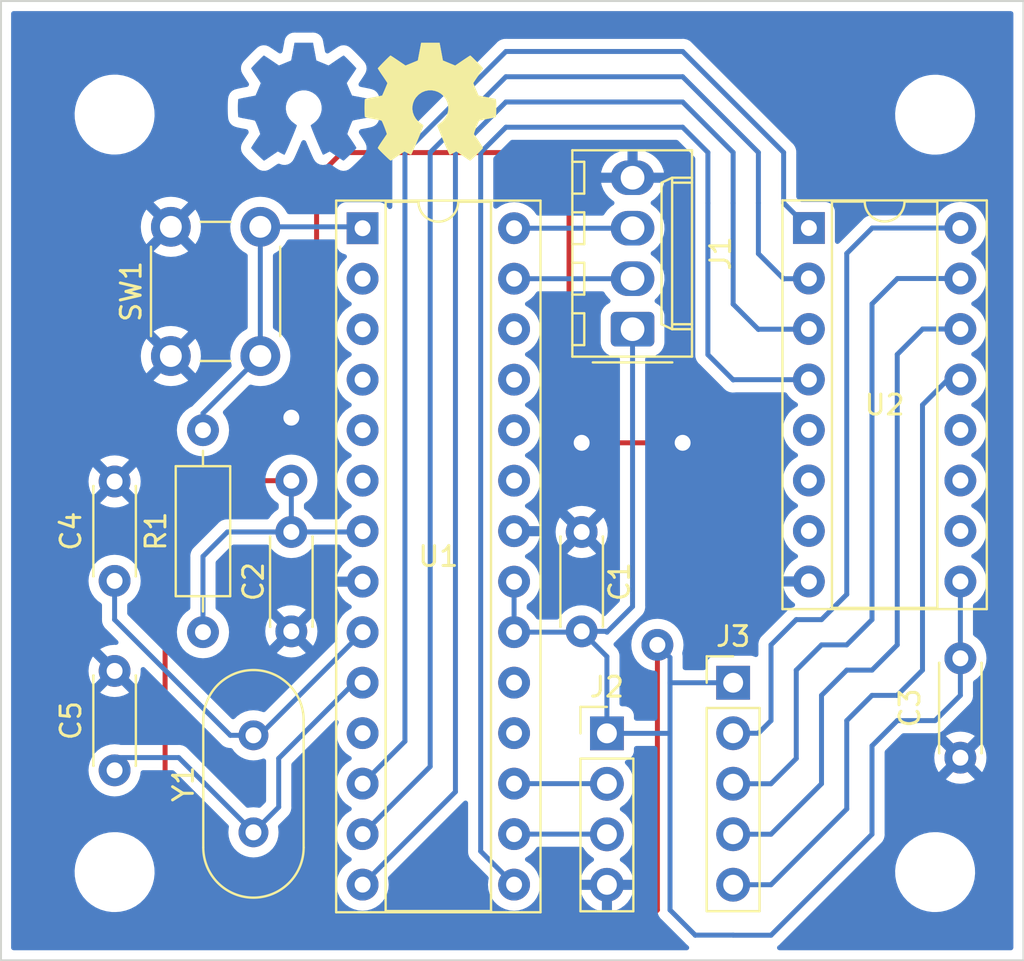
<source format=kicad_pcb>
(kicad_pcb (version 20211014) (generator pcbnew)
  (title_block (title "Lidar board") (date "2022-01-08") (rev "0.2.0") (comment 1 "Location: https://github.com/atlas144/mals") (comment 2 "SPDX-License-Identifier: CERN-OHL-S-2.0") (comment 3 "Author: Jakub Švarc (jakubsvarc@protonmail.com)"))
  (layers (0 "F.Cu" signal) (31 "B.Cu" signal) (34 "B.Paste" user) (35 "F.Paste" user) (36 "B.SilkS" user "B.Silkscreen") (37 "F.SilkS" user "F.Silkscreen") (38 "B.Mask" user) (39 "F.Mask" user) (44 "Edge.Cuts" user))
  (net 0 "")
  (net 1 "+5V")
  (net 2 "GND")
  (net 3 "Net-(C4-Pad1)")
  (net 4 "Net-(J1-Pad2)")
  (net 5 "Net-(J1-Pad3)")
  (net 6 "Net-(J2-Pad2)")
  (net 7 "Net-(J2-Pad3)")
  (net 8 "Net-(J3-Pad2)")
  (net 9 "Net-(J3-Pad3)")
  (net 10 "Net-(J3-Pad4)")
  (net 11 "Net-(J3-Pad5)")
  (net 12 "Net-(R1-Pad2)")
  (net 13 "Net-(U1-Pad15)")
  (net 25 "Net-(U1-Pad12)")
  (net 27 "Net-(U1-Pad13)")
  (net 28 "Net-(U1-Pad14)")
  (net 35 "Net-(C5-Pad1)")
  (footprint "MountingHole:MountingHole_3mm" (layer "F.Cu") (at 96.52 67.945)
    (fp_text reference "REF2" hide)
    (fp_text value "MountingHole_3mm" hide)
    (pad "" np_thru_hole circle locked (at 0 0) (size 3 3) (drill 3) (layers *.Cu *.Mask))
  )
  (footprint "Symbol:OSHW-Symbol_6.7x6mm_SilkScreen" (layer "F.Cu") (at 71.12 67.305)
    (fp_text reference "OSHW - silk" hide)
    (fp_text value "OSHW-Symbol_6.7x6mm_SilkScreen" hide)
    (fp_poly (pts (xy 0.555814 -2.531069) (xy 0.639635 -2.086445) (xy 0.94892 -1.958947) (xy 1.258206 -1.831449) (xy 1.629246 -2.083754) (xy 1.733157 -2.154004) (xy 1.827087 -2.216728) (xy 1.906652 -2.269062) (xy 1.96747 -2.308143) (xy 2.005157 -2.331107) (xy 2.015421 -2.336058) (xy 2.03391 -2.323324) (xy 2.07342 -2.288118) (xy 2.129522 -2.234938) (xy 2.197787 -2.168282) (xy 2.273786 -2.092646) (xy 2.353092 -2.012528) (xy 2.431275 -1.932426) (xy 2.503907 -1.856836) (xy 2.566559 -1.790255) (xy 2.614803 -1.737182) (xy 2.64421 -1.702113) (xy 2.651241 -1.690377) (xy 2.641123 -1.66874) (xy 2.612759 -1.621338) (xy 2.569129 -1.552807) (xy 2.513218 -1.467785) (xy 2.448006 -1.370907) (xy 2.410219 -1.31565) (xy 2.341343 -1.214752) (xy 2.28014 -1.123701) (xy 2.229578 -1.04703) (xy 2.192628 -0.989272) (xy 2.172258 -0.954957) (xy 2.169197 -0.947746) (xy 2.176136 -0.927252) (xy 2.195051 -0.879487) (xy 2.223087 -0.811168) (xy 2.257391 -0.729011) (xy 2.295109 -0.63973) (xy 2.333387 -0.550042) (xy 2.36937 -0.466662) (xy 2.400206 -0.396306) (xy 2.423039 -0.34569) (xy 2.435017 -0.321529) (xy 2.435724 -0.320578) (xy 2.454531 -0.315964) (xy 2.504618 -0.305672) (xy 2.580793 -0.290713) (xy 2.677865 -0.272099) (xy 2.790643 -0.250841) (xy 2.856442 -0.238582) (xy 2.97695 -0.215638) (xy 3.085797 -0.193805) (xy 3.177476 -0.174278) (xy 3.246481 -0.158252) (xy 3.287304 -0.146921) (xy 3.295511 -0.143326) (xy 3.303548 -0.118994) (xy 3.310033 -0.064041) (xy 3.31497 0.015108) (xy 3.318364 0.112026) (xy 3.320218 0.220287) (xy 3.320538 0.333465) (xy 3.319327 0.445135) (xy 3.31659 0.548868) (xy 3.312331 0.638241) (xy 3.306555 0.706826) (xy 3.299267 0.748197) (xy 3.294895 0.75681) (xy 3.268764 0.767133) (xy 3.213393 0.781892) (xy 3.136107 0.799352) (xy 3.04423 0.81778) (xy 3.012158 0.823741) (xy 2.857524 0.852066) (xy 2.735375 0.874876) (xy 2.641673 0.89308) (xy 2.572384 0.907583) (xy 2.523471 0.919292) (xy 2.490897 0.929115) (xy 2.470628 0.937956) (xy 2.458626 0.946724) (xy 2.456947 0.948457) (xy 2.440184 0.976371) (xy 2.414614 1.030695) (xy 2.382788 1.104777) (xy 2.34726 1.191965) (xy 2.310583 1.285608) (xy 2.275311 1.379052) (xy 2.243996 1.465647) (xy 2.219193 1.53874) (xy 2.203454 1.591678) (xy 2.199332 1.617811) (xy 2.199676 1.618726) (xy 2.213641 1.640086) (xy 2.245322 1.687084) (xy 2.291391 1.754827) (xy 2.348518 1.838423) (xy 2.413373 1.932982) (xy 2.431843 1.959854) (xy 2.497699 2.057275) (xy 2.55565 2.146163) (xy 2.602538 2.221412) (xy 2.635207 2.27792) (xy 2.6505 2.310581) (xy 2.651241 2.314593) (xy 2.638392 2.335684) (xy 2.602888 2.377464) (xy 2.549293 2.435445) (xy 2.482171 2.505135) (xy 2.406087 2.582045) (xy 2.325604 2.661683) (xy 2.245287 2.739561) (xy 2.169699 2.811186) (xy 2.103405 2.87207) (xy 2.050969 2.917721) (xy 2.016955 2.94365) (xy 2.007545 2.947883) (xy 1.985643 2.937912) (xy 1.9408 2.91102) (xy 1.880321 2.871736) (xy 1.833789 2.840117) (xy 1.749475 2.782098) (xy 1.649626 2.713784) (xy 1.549473 2.645579) (xy 1.495627 2.609075) (xy 1.313371 2.4858) (xy 1.160381 2.56852) (xy 1.090682 2.604759) (xy 1.031414 2.632926) (xy 0.991311 2.648991) (xy 0.981103 2.651226) (xy 0.968829 2.634722) (xy 0.944613 2.588082) (xy 0.910263 2.515609) (xy 0.867588 2.421606) (xy 0.818394 2.310374) (xy 0.76449 2.186215) (xy 0.707684 2.053432) (xy 0.649782 1.916327) (xy 0.592593 1.779202) (xy 0.537924 1.646358) (xy 0.487584 1.522098) (xy 0.44338 1.410725) (xy 0.407119 1.316539) (xy 0.380609 1.243844) (xy 0.365658 1.196941) (xy 0.363254 1.180833) (xy 0.382311 1.160286) (xy 0.424036 1.126933) (xy 0.479706 1.087702) (xy 0.484378 1.084599) (xy 0.628264 0.969423) (xy 0.744283 0.835053) (xy 0.83143 0.685784) (xy 0.888699 0.525913) (xy 0.915086 0.359737) (xy 0.909585 0.191552) (xy 0.87119 0.025655) (xy 0.798895 -0.133658) (xy 0.777626 -0.168513) (xy 0.666996 -0.309263) (xy 0.536302 -0.422286) (xy 0.390064 -0.506997) (xy 0.232808 -0.562806) (xy 0.069057 -0.589126) (xy -0.096667 -0.58537) (xy -0.259838 -0.55095) (xy -0.415935 -0.485277) (xy -0.560433 -0.387765) (xy -0.605131 -0.348187) (xy -0.718888 -0.224297) (xy -0.801782 -0.093876) (xy -0.858644 0.052315) (xy -0.890313 0.197088) (xy -0.898131 0.35986) (xy -0.872062 0.52344) (xy -0.814755 0.682298) (xy -0.728856 0.830906) (xy -0.617014 0.963735) (xy -0.481877 1.075256) (xy -0.464117 1.087011) (xy -0.40785 1.125508) (xy -0.365077 1.158863) (xy -0.344628 1.18016) (xy -0.344331 1.180833) (xy -0.348721 1.203871) (xy -0.366124 1.256157) (xy -0.394732 1.33339) (xy -0.432735 1.431268) (xy -0.478326 1.545491) (xy -0.529697 1.671758) (xy -0.585038 1.805767) (xy -0.642542 1.943218) (xy -0.700399 2.079808) (xy -0.756802 2.211237) (xy -0.809942 2.333205) (xy -0.85801 2.441409) (xy -0.899199 2.531549) (xy -0.931699 2.599323) (xy -0.953703 2.64043) (xy -0.962564 2.651226) (xy -0.98964 2.642819) (xy -1.040303 2.620272) (xy -1.105817 2.587613) (xy -1.141841 2.56852) (xy -1.294832 2.4858) (xy -1.477088 2.609075) (xy -1.570125 2.672228) (xy -1.671985 2.741727) (xy -1.767438 2.807165) (xy -1.81525 2.840117) (xy -1.882495 2.885273) (xy -1.939436 2.921057) (xy -1.978646 2.942938) (xy -1.991381 2.947563) (xy -2.009917 2.935085) (xy -2.050941 2.900252) (xy -2.110475 2.846678) (xy -2.184542 2.777983) (xy -2.269165 2.697781) (xy -2.322685 2.646286) (xy -2.416319 2.554286) (xy -2.497241 2.471999) (xy -2.562177 2.402945) (xy -2.607858 2.350644) (xy -2.631011 2.318616) (xy -2.633232 2.312116) (xy -2.622924 2.287394) (xy -2.594439 2.237405) (xy -2.550937 2.167212) (xy -2.495577 2.081875) (xy -2.43152 1.986456) (xy -2.413303 1.959854) (xy -2.346927 1.863167) (xy -2.287378 1.776117) (xy -2.237984 1.703595) (xy -2.202075 1.650493) (xy -2.182981 1.621703) (xy -2.181136 1.618726) (xy -2.183895 1.595782) (xy -2.198538 1.545336) (xy -2.222513 1.474041) (xy -2.253266 1.388547) (xy -2.288244 1.295507) (xy -2.324893 1.201574) (xy -2.360661 1.113399) (xy -2.392994 1.037634) (xy -2.419338 0.980931) (xy -2.437142 0.949943) (xy -2.438407 0.948457) (xy -2.449294 0.939601) (xy -2.467682 0.930843) (xy -2.497606 0.921277) (xy -2.543103 0.909996) (xy -2.608209 0.896093) (xy -2.696961 0.878663) (xy -2.813393 0.856798) (xy -2.961542 0.829591) (xy -2.993618 0.823741) (xy -3.088686 0.805374) (xy -3.171565 0.787405) (xy -3.23493 0.771569) (xy -3.271458 0.7596) (xy -3.276356 0.75681) (xy -3.284427 0.732072) (xy -3.290987 0.67679) (xy -3.296033 0.597389) (xy -3.299559 0.500296) (xy -3.301561 0.391938) (xy -3.302036 0.27874) (xy -3.300977 0.167128) (xy -3.298382 0.063529) (xy -3.294246 -0.025632) (xy -3.288563 -0.093928) (xy -3.281331 -0.134934) (xy -3.276971 -0.143326) (xy -3.252698 -0.151792) (xy -3.197426 -0.165565) (xy -3.116662 -0.18345) (xy -3.015912 -0.204252) (xy -2.900683 -0.226777) (xy -2.837902 -0.238582) (xy -2.718787 -0.260849) (xy -2.612565 -0.281021) (xy -2.524427 -0.298085) (xy -2.459566 -0.311031) (xy -2.423174 -0.318845) (xy -2.417184 -0.320578) (xy -2.407061 -0.34011) (xy -2.385662 -0.387157) (xy -2.355839 -0.454997) (xy -2.320445 -0.536909) (xy -2.282332 -0.626172) (xy -2.244353 -0.716065) (xy -2.20936 -0.799865) (xy -2.180206 -0.870853) (xy -2.159743 -0.922306) (xy -2.150823 -0.947503) (xy -2.150657 -0.948604) (xy -2.160769 -0.968481) (xy -2.189117 -1.014223) (xy -2.232723 -1.081283) (xy -2.288606 -1.165116) (xy -2.353787 -1.261174) (xy -2.391679 -1.31635) (xy -2.460725 -1.417519) (xy -2.52205 -1.50937) (xy -2.572663 -1.587256) (xy -2.609571 -1.646531) (xy -2.629782 -1.682549) (xy -2.632701 -1.690623) (xy -2.620153 -1.709416) (xy -2.585463 -1.749543) (xy -2.533063 -1.806507) (xy -2.467384 -1.875815) (xy -2.392856 -1.952969) (xy -2.313913 -2.033475) (xy -2.234983 -2.112837) (xy -2.1605 -2.18656) (xy -2.094894 -2.250148) (xy -2.042596 -2.299106) (xy -2.008039 -2.328939) (xy -1.996478 -2.336058) (xy -1.977654 -2.326047) (xy -1.932631 -2.297922) (xy -1.865787 -2.254546) (xy -1.781499 -2.198782) (xy -1.684144 -2.133494) (xy -1.610707 -2.083754) (xy -1.239667 -1.831449) (xy -0.621095 -2.086445) (xy -0.537275 -2.531069) (xy -0.453454 -2.975693) (xy 0.471994 -2.975693) (xy 0.555814 -2.531069)) (layer "F.SilkS") (width 0.01) (fill solid))
  )
  (footprint "Capacitor_THT:C_Disc_D4.3mm_W1.9mm_P5.00mm" (layer "F.Cu") (at 55.245 91.395 90)
    (fp_text reference "C4" (at 2.5 -2.2 90) (layer "F.SilkS"))
    (fp_text value "22 pF")
    (fp_line (start 0.23 -1.07) (end 0.23 -1.055) (layer "F.SilkS") (width 0.12))
    (fp_line (start 0.23 1.055) (end 0.23 1.07) (layer "F.SilkS") (width 0.12))
    (fp_line (start 0.23 -1.07) (end 4.77 -1.07) (layer "F.SilkS") (width 0.12))
    (fp_line (start 4.77 -1.07) (end 4.77 -1.055) (layer "F.SilkS") (width 0.12))
    (fp_line (start 0.23 1.07) (end 4.77 1.07) (layer "F.SilkS") (width 0.12))
    (fp_line (start 4.77 1.055) (end 4.77 1.07) (layer "F.SilkS") (width 0.12))
    (pad "1" thru_hole circle locked (at 0 0 90) (size 1.6 1.6) (drill 0.8) (layers *.Cu *.Mask) (net 3 "Net-(C4-Pad1)"))
    (pad "2" thru_hole circle locked (at 5 0 90) (size 1.6 1.6) (drill 0.8) (layers *.Cu *.Mask) (net 2 "GND"))
  )
  (footprint "Connector_PinHeader_2.54mm:PinHeader_1x05_P2.54mm_Vertical" (layer "F.Cu") (at 86.36 96.52)
    (fp_text reference "J3" (at 0 -2.33) (layer "F.SilkS"))
    (fp_text value "28BYJ-48")
    (fp_line (start -1.33 1.27) (end -1.33 11.49) (layer "F.SilkS") (width 0.12))
    (fp_line (start -1.33 0) (end -1.33 -1.33) (layer "F.SilkS") (width 0.12))
    (fp_line (start -1.33 1.27) (end 1.33 1.27) (layer "F.SilkS") (width 0.12))
    (fp_line (start -1.33 11.49) (end 1.33 11.49) (layer "F.SilkS") (width 0.12))
    (fp_line (start 1.33 1.27) (end 1.33 11.49) (layer "F.SilkS") (width 0.12))
    (fp_line (start -1.33 -1.33) (end 0 -1.33) (layer "F.SilkS") (width 0.12))
    (pad "1" thru_hole rect locked (at 0 0) (size 1.7 1.7) (drill 1) (layers *.Cu *.Mask) (net 1 "+5V"))
    (pad "2" thru_hole oval locked (at 0 2.54) (size 1.7 1.7) (drill 1) (layers *.Cu *.Mask) (net 8 "Net-(J3-Pad2)"))
    (pad "3" thru_hole oval locked (at 0 5.08) (size 1.7 1.7) (drill 1) (layers *.Cu *.Mask) (net 9 "Net-(J3-Pad3)"))
    (pad "4" thru_hole oval locked (at 0 7.62) (size 1.7 1.7) (drill 1) (layers *.Cu *.Mask) (net 10 "Net-(J3-Pad4)"))
    (pad "5" thru_hole oval locked (at 0 10.16) (size 1.7 1.7) (drill 1) (layers *.Cu *.Mask) (net 11 "Net-(J3-Pad5)"))
  )
  (footprint "MountingHole:MountingHole_3mm" (layer "F.Cu") (at 55.245 67.94)
    (fp_text reference "REF1" hide)
    (fp_text value "MountingHole_3mm" hide)
    (pad "" np_thru_hole circle locked (at 0 0) (size 3 3) (drill 3) (layers *.Cu *.Mask))
  )
  (footprint "Capacitor_THT:C_Disc_D4.3mm_W1.9mm_P5.00mm" (layer "F.Cu") (at 78.74 93.935 90)
    (fp_text reference "C1" (at 2.5 1.905 90) (layer "F.SilkS"))
    (fp_text value "100 nF")
    (fp_line (start 4.77 -1.07) (end 4.77 -1.055) (layer "F.SilkS") (width 0.12))
    (fp_line (start 0.23 1.07) (end 4.77 1.07) (layer "F.SilkS") (width 0.12))
    (fp_line (start 4.77 1.055) (end 4.77 1.07) (layer "F.SilkS") (width 0.12))
    (fp_line (start 0.23 -1.07) (end 4.77 -1.07) (layer "F.SilkS") (width 0.12))
    (fp_line (start 0.23 -1.07) (end 0.23 -1.055) (layer "F.SilkS") (width 0.12))
    (fp_line (start 0.23 1.055) (end 0.23 1.07) (layer "F.SilkS") (width 0.12))
    (pad "1" thru_hole circle locked (at 0 0 90) (size 1.6 1.6) (drill 0.8) (layers *.Cu *.Mask) (net 1 "+5V"))
    (pad "2" thru_hole circle locked (at 5 0 90) (size 1.6 1.6) (drill 0.8) (layers *.Cu *.Mask) (net 2 "GND"))
  )
  (footprint "Button_Switch_THT:SW_PUSH_6mm_H5mm" (layer "F.Cu") (at 58.075 80.085 90)
    (fp_text reference "SW1" (at 3.25 -2 90) (layer "F.SilkS"))
    (fp_text value "SW_Push")
    (fp_line (start -0.25 1.5) (end -0.25 3) (layer "F.SilkS") (width 0.12))
    (fp_line (start 1 5.5) (end 5.5 5.5) (layer "F.SilkS") (width 0.12))
    (fp_line (start 6.75 3) (end 6.75 1.5) (layer "F.SilkS") (width 0.12))
    (fp_line (start 5.5 -1) (end 1 -1) (layer "F.SilkS") (width 0.12))
    (pad "1" thru_hole circle locked (at 6.5 0 180) (size 2 2) (drill 1.1) (layers *.Cu *.Mask) (net 2 "GND"))
    (pad "1" thru_hole circle locked (at 0 0 180) (size 2 2) (drill 1.1) (layers *.Cu *.Mask) (net 2 "GND"))
    (pad "2" thru_hole circle locked (at 6.5 4.5 180) (size 2 2) (drill 1.1) (layers *.Cu *.Mask) (net 12 "Net-(R1-Pad2)"))
    (pad "2" thru_hole circle locked (at 0 4.5 180) (size 2 2) (drill 1.1) (layers *.Cu *.Mask) (net 12 "Net-(R1-Pad2)"))
  )
  (footprint "Resistor_THT:R_Axial_DIN0207_L6.3mm_D2.5mm_P10.16mm_Horizontal" (layer "F.Cu") (at 59.69 93.975 90)
    (fp_text reference "R1" (at 5.08 -2.37 90) (layer "F.SilkS"))
    (fp_text value "10 kΩ")
    (fp_line (start 1.81 1.37) (end 8.35 1.37) (layer "F.SilkS") (width 0.12))
    (fp_line (start 1.81 -1.37) (end 1.81 1.37) (layer "F.SilkS") (width 0.12))
    (fp_line (start 1.04 0) (end 1.81 0) (layer "F.SilkS") (width 0.12))
    (fp_line (start 8.35 -1.37) (end 1.81 -1.37) (layer "F.SilkS") (width 0.12))
    (fp_line (start 8.35 1.37) (end 8.35 -1.37) (layer "F.SilkS") (width 0.12))
    (fp_line (start 9.12 0) (end 8.35 0) (layer "F.SilkS") (width 0.12))
    (pad "1" thru_hole circle locked (at 0 0 90) (size 1.6 1.6) (drill 0.8) (layers *.Cu *.Mask) (net 1 "+5V"))
    (pad "2" thru_hole oval locked (at 10.16 0 90) (size 1.6 1.6) (drill 0.8) (layers *.Cu *.Mask) (net 12 "Net-(R1-Pad2)"))
  )
  (footprint "Capacitor_THT:C_Disc_D4.3mm_W1.9mm_P5.00mm" (layer "F.Cu") (at 55.245 100.925 90)
    (fp_text reference "C5" (at 2.5 -2.2 90) (layer "F.SilkS"))
    (fp_text value "22 pF")
    (fp_line (start 4.77 1.055) (end 4.77 1.07) (layer "F.SilkS") (width 0.12))
    (fp_line (start 0.23 -1.07) (end 4.77 -1.07) (layer "F.SilkS") (width 0.12))
    (fp_line (start 0.23 1.07) (end 4.77 1.07) (layer "F.SilkS") (width 0.12))
    (fp_line (start 4.77 -1.07) (end 4.77 -1.055) (layer "F.SilkS") (width 0.12))
    (fp_line (start 0.23 1.055) (end 0.23 1.07) (layer "F.SilkS") (width 0.12))
    (fp_line (start 0.23 -1.07) (end 0.23 -1.055) (layer "F.SilkS") (width 0.12))
    (pad "1" thru_hole circle locked (at 0 0 90) (size 1.6 1.6) (drill 0.8) (layers *.Cu *.Mask) (net 35 "Net-(C5-Pad1)"))
    (pad "2" thru_hole circle locked (at 5 0 90) (size 1.6 1.6) (drill 0.8) (layers *.Cu *.Mask) (net 2 "GND"))
  )
  (footprint "Capacitor_THT:C_Disc_D4.3mm_W1.9mm_P5.00mm" (layer "F.Cu") (at 64.135 88.935 -90)
    (fp_text reference "C2" (at 2.5 1.905 90) (layer "F.SilkS"))
    (fp_text value "100 nF")
    (fp_line (start 4.77 1.055) (end 4.77 1.07) (layer "F.SilkS") (width 0.12))
    (fp_line (start 0.23 -1.07) (end 4.77 -1.07) (layer "F.SilkS") (width 0.12))
    (fp_line (start 0.23 1.055) (end 0.23 1.07) (layer "F.SilkS") (width 0.12))
    (fp_line (start 0.23 1.07) (end 4.77 1.07) (layer "F.SilkS") (width 0.12))
    (fp_line (start 4.77 -1.07) (end 4.77 -1.055) (layer "F.SilkS") (width 0.12))
    (fp_line (start 0.23 -1.07) (end 0.23 -1.055) (layer "F.SilkS") (width 0.12))
    (pad "1" thru_hole circle locked (at 0 0 270) (size 1.6 1.6) (drill 0.8) (layers *.Cu *.Mask) (net 1 "+5V"))
    (pad "2" thru_hole circle locked (at 5 0 270) (size 1.6 1.6) (drill 0.8) (layers *.Cu *.Mask) (net 2 "GND"))
  )
  (footprint "MountingHole:MountingHole_3mm" (layer "F.Cu") (at 55.245 106.045)
    (fp_text reference "REF4" hide)
    (fp_text value "MountingHole_3mm" hide)
    (pad "" np_thru_hole circle locked (at 0 0) (size 3 3) (drill 3) (layers *.Cu *.Mask))
  )
  (footprint "Package_DIP:DIP-16_W7.62mm_Socket" (layer "F.Cu") (at 90.17 73.645)
    (fp_text reference "U2" (at 3.81 8.9) (layer "F.SilkS"))
    (fp_text value "ULN2003A")
    (fp_line (start 8.95 19.17) (end 8.95 -1.39) (layer "F.SilkS") (width 0.12))
    (fp_line (start 2.81 -1.33) (end 1.16 -1.33) (layer "F.SilkS") (width 0.12))
    (fp_line (start 6.46 19.11) (end 6.46 -1.33) (layer "F.SilkS") (width 0.12))
    (fp_line (start -1.33 19.17) (end 8.95 19.17) (layer "F.SilkS") (width 0.12))
    (fp_line (start 6.46 -1.33) (end 4.81 -1.33) (layer "F.SilkS") (width 0.12))
    (fp_line (start 1.16 -1.33) (end 1.16 19.11) (layer "F.SilkS") (width 0.12))
    (fp_line (start 1.16 19.11) (end 6.46 19.11) (layer "F.SilkS") (width 0.12))
    (fp_line (start 8.95 -1.39) (end -1.33 -1.39) (layer "F.SilkS") (width 0.12))
    (fp_line (start -1.33 -1.39) (end -1.33 19.17) (layer "F.SilkS") (width 0.12))
    (fp_arc (start 4.81 -1.33) (mid 3.81 -0.33) (end 2.81 -1.33) (layer "F.SilkS") (width 0.12))
    (pad "1" thru_hole rect locked (at 0 0) (size 1.6 1.6) (drill 0.8) (layers *.Cu *.Mask) (net 25 "Net-(U1-Pad12)"))
    (pad "2" thru_hole oval locked (at 0 2.54) (size 1.6 1.6) (drill 0.8) (layers *.Cu *.Mask) (net 27 "Net-(U1-Pad13)"))
    (pad "3" thru_hole oval locked (at 0 5.08) (size 1.6 1.6) (drill 0.8) (layers *.Cu *.Mask) (net 28 "Net-(U1-Pad14)"))
    (pad "4" thru_hole oval locked (at 0 7.62) (size 1.6 1.6) (drill 0.8) (layers *.Cu *.Mask) (net 13 "Net-(U1-Pad15)"))
    (pad "5" thru_hole oval locked (at 0 10.16) (size 1.6 1.6) (drill 0.8) (layers *.Cu *.Mask))
    (pad "6" thru_hole oval locked (at 0 12.7) (size 1.6 1.6) (drill 0.8) (layers *.Cu *.Mask))
    (pad "7" thru_hole oval locked (at 0 15.24) (size 1.6 1.6) (drill 0.8) (layers *.Cu *.Mask))
    (pad "8" thru_hole oval locked (at 0 17.78) (size 1.6 1.6) (drill 0.8) (layers *.Cu *.Mask) (net 2 "GND"))
    (pad "9" thru_hole oval locked (at 7.62 17.78) (size 1.6 1.6) (drill 0.8) (layers *.Cu *.Mask) (net 1 "+5V"))
    (pad "10" thru_hole oval locked (at 7.62 15.24) (size 1.6 1.6) (drill 0.8) (layers *.Cu *.Mask))
    (pad "11" thru_hole oval locked (at 7.62 12.7) (size 1.6 1.6) (drill 0.8) (layers *.Cu *.Mask))
    (pad "12" thru_hole oval locked (at 7.62 10.16) (size 1.6 1.6) (drill 0.8) (layers *.Cu *.Mask))
    (pad "13" thru_hole oval locked (at 7.62 7.62) (size 1.6 1.6) (drill 0.8) (layers *.Cu *.Mask) (net 11 "Net-(J3-Pad5)"))
    (pad "14" thru_hole oval locked (at 7.62 5.08) (size 1.6 1.6) (drill 0.8) (layers *.Cu *.Mask) (net 10 "Net-(J3-Pad4)"))
    (pad "15" thru_hole oval locked (at 7.62 2.54) (size 1.6 1.6) (drill 0.8) (layers *.Cu *.Mask) (net 9 "Net-(J3-Pad3)"))
    (pad "16" thru_hole oval locked (at 7.62 0) (size 1.6 1.6) (drill 0.8) (layers *.Cu *.Mask) (net 8 "Net-(J3-Pad2)"))
  )
  (footprint "Connector_PinHeader_2.54mm:PinHeader_1x04_P2.54mm_Vertical" (layer "F.Cu") (at 80.01 99.065)
    (fp_text reference "J2" (at 0 -2.33) (layer "F.SilkS"))
    (fp_text value "TFMini-Plus")
    (fp_line (start -1.33 1.27) (end 1.33 1.27) (layer "F.SilkS") (width 0.12))
    (fp_line (start -1.33 1.27) (end -1.33 8.95) (layer "F.SilkS") (width 0.12))
    (fp_line (start 1.33 1.27) (end 1.33 8.95) (layer "F.SilkS") (width 0.12))
    (fp_line (start -1.33 -1.33) (end 0 -1.33) (layer "F.SilkS") (width 0.12))
    (fp_line (start -1.33 0) (end -1.33 -1.33) (layer "F.SilkS") (width 0.12))
    (fp_line (start -1.33 8.95) (end 1.33 8.95) (layer "F.SilkS") (width 0.12))
    (pad "1" thru_hole rect locked (at 0 0) (size 1.7 1.7) (drill 1) (layers *.Cu *.Mask) (net 1 "+5V"))
    (pad "2" thru_hole oval locked (at 0 2.54) (size 1.7 1.7) (drill 1) (layers *.Cu *.Mask) (net 6 "Net-(J2-Pad2)"))
    (pad "3" thru_hole oval locked (at 0 5.08) (size 1.7 1.7) (drill 1) (layers *.Cu *.Mask) (net 7 "Net-(J2-Pad3)"))
    (pad "4" thru_hole oval locked (at 0 7.62) (size 1.7 1.7) (drill 1) (layers *.Cu *.Mask) (net 2 "GND"))
  )
  (footprint "MountingHole:MountingHole_3mm" (layer "F.Cu") (at 96.52 106.045)
    (fp_text reference "REF3" hide)
    (fp_text value "MountingHole_3mm" hide)
    (pad "" np_thru_hole circle locked (at 0 0) (size 3 3) (drill 3) (layers *.Cu *.Mask))
  )
  (footprint "Capacitor_THT:C_Disc_D4.3mm_W1.9mm_P5.00mm" (layer "F.Cu") (at 97.79 95.29 -90)
    (fp_text reference "C3" (at 2.5 2.54 90) (layer "F.SilkS"))
    (fp_text value "100 nF")
    (fp_line (start 0.23 -1.07) (end 4.77 -1.07) (layer "F.SilkS") (width 0.12))
    (fp_line (start 0.23 -1.07) (end 0.23 -1.055) (layer "F.SilkS") (width 0.12))
    (fp_line (start 4.77 1.055) (end 4.77 1.07) (layer "F.SilkS") (width 0.12))
    (fp_line (start 4.77 -1.07) (end 4.77 -1.055) (layer "F.SilkS") (width 0.12))
    (fp_line (start 0.23 1.055) (end 0.23 1.07) (layer "F.SilkS") (width 0.12))
    (fp_line (start 0.23 1.07) (end 4.77 1.07) (layer "F.SilkS") (width 0.12))
    (pad "1" thru_hole circle locked (at 0 0 270) (size 1.6 1.6) (drill 0.8) (layers *.Cu *.Mask) (net 1 "+5V"))
    (pad "2" thru_hole circle locked (at 5 0 270) (size 1.6 1.6) (drill 0.8) (layers *.Cu *.Mask) (net 2 "GND"))
  )
  (footprint "Package_DIP:DIP-28_W7.62mm_Socket" (layer "F.Cu") (at 67.72 73.655)
    (fp_text reference "U1" (at 3.81 16.51) (layer "F.SilkS"))
    (fp_text value "ATmega8L-8PU")
    (fp_line (start 6.46 -1.33) (end 4.81 -1.33) (layer "F.SilkS") (width 0.12))
    (fp_line (start -1.33 -1.39) (end -1.33 34.41) (layer "F.SilkS") (width 0.12))
    (fp_line (start 1.16 -1.33) (end 1.16 34.35) (layer "F.SilkS") (width 0.12))
    (fp_line (start 1.16 34.35) (end 6.46 34.35) (layer "F.SilkS") (width 0.12))
    (fp_line (start 6.46 34.35) (end 6.46 -1.33) (layer "F.SilkS") (width 0.12))
    (fp_line (start 8.95 34.41) (end 8.95 -1.39) (layer "F.SilkS") (width 0.12))
    (fp_line (start 2.81 -1.33) (end 1.16 -1.33) (layer "F.SilkS") (width 0.12))
    (fp_line (start -1.33 34.41) (end 8.95 34.41) (layer "F.SilkS") (width 0.12))
    (fp_line (start 8.95 -1.39) (end -1.33 -1.39) (layer "F.SilkS") (width 0.12))
    (fp_arc (start 4.81 -1.33) (mid 3.81 -0.33) (end 2.81 -1.33) (layer "F.SilkS") (width 0.12))
    (pad "1" thru_hole rect locked (at 0 0) (size 1.6 1.6) (drill 0.8) (layers *.Cu *.Mask) (net 12 "Net-(R1-Pad2)"))
    (pad "2" thru_hole oval locked (at 0 2.54) (size 1.6 1.6) (drill 0.8) (layers *.Cu *.Mask))
    (pad "3" thru_hole oval locked (at 0 5.08) (size 1.6 1.6) (drill 0.8) (layers *.Cu *.Mask))
    (pad "4" thru_hole oval locked (at 0 7.62) (size 1.6 1.6) (drill 0.8) (layers *.Cu *.Mask))
    (pad "5" thru_hole oval locked (at 0 10.16) (size 1.6 1.6) (drill 0.8) (layers *.Cu *.Mask))
    (pad "6" thru_hole oval locked (at 0 12.7) (size 1.6 1.6) (drill 0.8) (layers *.Cu *.Mask))
    (pad "7" thru_hole oval locked (at 0 15.24) (size 1.6 1.6) (drill 0.8) (layers *.Cu *.Mask) (net 1 "+5V"))
    (pad "8" thru_hole oval locked (at 0 17.78) (size 1.6 1.6) (drill 0.8) (layers *.Cu *.Mask) (net 2 "GND"))
    (pad "9" thru_hole oval locked (at 0 20.32) (size 1.6 1.6) (drill 0.8) (layers *.Cu *.Mask) (net 3 "Net-(C4-Pad1)"))
    (pad "10" thru_hole oval locked (at 0 22.86) (size 1.6 1.6) (drill 0.8) (layers *.Cu *.Mask) (net 35 "Net-(C5-Pad1)"))
    (pad "11" thru_hole oval locked (at 0 25.4) (size 1.6 1.6) (drill 0.8) (layers *.Cu *.Mask))
    (pad "12" thru_hole oval locked (at 0 27.94) (size 1.6 1.6) (drill 0.8) (layers *.Cu *.Mask) (net 25 "Net-(U1-Pad12)"))
    (pad "13" thru_hole oval locked (at 0 30.48) (size 1.6 1.6) (drill 0.8) (layers *.Cu *.Mask) (net 27 "Net-(U1-Pad13)"))
    (pad "14" thru_hole oval locked (at 0 33.02) (size 1.6 1.6) (drill 0.8) (layers *.Cu *.Mask) (net 28 "Net-(U1-Pad14)"))
    (pad "15" thru_hole oval locked (at 7.62 33.02) (size 1.6 1.6) (drill 0.8) (layers *.Cu *.Mask) (net 13 "Net-(U1-Pad15)"))
    (pad "16" thru_hole oval locked (at 7.62 30.48) (size 1.6 1.6) (drill 0.8) (layers *.Cu *.Mask) (net 7 "Net-(J2-Pad3)"))
    (pad "17" thru_hole oval locked (at 7.62 27.94) (size 1.6 1.6) (drill 0.8) (layers *.Cu *.Mask) (net 6 "Net-(J2-Pad2)"))
    (pad "18" thru_hole oval locked (at 7.62 25.4) (size 1.6 1.6) (drill 0.8) (layers *.Cu *.Mask))
    (pad "19" thru_hole oval locked (at 7.62 22.86) (size 1.6 1.6) (drill 0.8) (layers *.Cu *.Mask))
    (pad "20" thru_hole oval locked (at 7.62 20.32) (size 1.6 1.6) (drill 0.8) (layers *.Cu *.Mask) (net 1 "+5V"))
    (pad "21" thru_hole oval locked (at 7.62 17.78) (size 1.6 1.6) (drill 0.8) (layers *.Cu *.Mask) (net 1 "+5V"))
    (pad "22" thru_hole oval locked (at 7.62 15.24) (size 1.6 1.6) (drill 0.8) (layers *.Cu *.Mask) (net 2 "GND"))
    (pad "23" thru_hole oval locked (at 7.62 12.7) (size 1.6 1.6) (drill 0.8) (layers *.Cu *.Mask))
    (pad "24" thru_hole oval locked (at 7.62 10.16) (size 1.6 1.6) (drill 0.8) (layers *.Cu *.Mask))
    (pad "25" thru_hole oval locked (at 7.62 7.62) (size 1.6 1.6) (drill 0.8) (layers *.Cu *.Mask))
    (pad "26" thru_hole oval locked (at 7.62 5.08) (size 1.6 1.6) (drill 0.8) (layers *.Cu *.Mask))
    (pad "27" thru_hole oval locked (at 7.62 2.54) (size 1.6 1.6) (drill 0.8) (layers *.Cu *.Mask) (net 4 "Net-(J1-Pad2)"))
    (pad "28" thru_hole oval locked (at 7.62 0) (size 1.6 1.6) (drill 0.8) (layers *.Cu *.Mask) (net 5 "Net-(J1-Pad3)"))
  )
  (footprint "Crystal:Crystal_HC49-4H_Vertical" (layer "F.Cu") (at 62.23 104.045 90)
    (fp_text reference "Y1" (at 2.44 -3.525 90) (layer "F.SilkS"))
    (fp_text value "16 MHz")
    (fp_line (start -0.76 -2.525) (end 5.64 -2.525) (layer "F.SilkS") (width 0.12))
    (fp_line (start -0.76 2.525) (end 5.64 2.525) (layer "F.SilkS") (width 0.12))
    (fp_arc (start 5.64 -2.525) (mid 8.165 0) (end 5.64 2.525) (layer "F.SilkS") (width 0.12))
    (fp_arc (start -0.76 2.525) (mid -3.285 0) (end -0.76 -2.525) (layer "F.SilkS") (width 0.12))
    (pad "1" thru_hole circle locked (at 0 0 90) (size 1.5 1.5) (drill 0.8) (layers *.Cu *.Mask) (net 35 "Net-(C5-Pad1)"))
    (pad "2" thru_hole circle locked (at 4.88 0 90) (size 1.5 1.5) (drill 0.8) (layers *.Cu *.Mask) (net 3 "Net-(C4-Pad1)"))
  )
  (footprint "Connector_Molex:Molex_KK-254_AE-6410-04A_1x04_P2.54mm_Vertical" (layer "F.Cu") (at 81.3 78.735 90)
    (fp_text reference "J1" (at 3.81 4.425 90) (layer "F.SilkS"))
    (fp_text value "TWI")
    (fp_line (start 7.37 1.46) (end 7.62 1.99) (layer "F.SilkS") (width 0.12))
    (fp_line (start 6.82 -3.03) (end 6.82 -2.43) (layer "F.SilkS") (width 0.12))
    (fp_line (start 4.28 -3.03) (end 4.28 -2.43) (layer "F.SilkS") (width 0.12))
    (fp_line (start 0.8 -2.43) (end 0.8 -3.03) (layer "F.SilkS") (width 0.12))
    (fp_line (start 1.74 -2.43) (end 3.34 -2.43) (layer "F.SilkS") (width 0.12))
    (fp_line (start 7.62 1.99) (end 7.62 2.99) (layer "F.SilkS") (width 0.12))
    (fp_line (start 6.82 -2.43) (end 8.42 -2.43) (layer "F.SilkS") (width 0.12))
    (fp_line (start -0.8 -2.43) (end 0.8 -2.43) (layer "F.SilkS") (width 0.12))
    (fp_line (start 4.28 -2.43) (end 5.88 -2.43) (layer "F.SilkS") (width 0.12))
    (fp_line (start 0 1.99) (end 7.62 1.99) (layer "F.SilkS") (width 0.12))
    (fp_line (start -1.38 2.99) (end 9 2.99) (layer "F.SilkS") (width 0.12))
    (fp_line (start 9 -3.03) (end -1.38 -3.03) (layer "F.SilkS") (width 0.12))
    (fp_line (start -0.8 -3.03) (end -0.8 -2.43) (layer "F.SilkS") (width 0.12))
    (fp_line (start 5.88 -2.43) (end 5.88 -3.03) (layer "F.SilkS") (width 0.12))
    (fp_line (start 9 2.99) (end 9 -3.03) (layer "F.SilkS") (width 0.12))
    (fp_line (start 7.37 2.99) (end 7.37 1.99) (layer "F.SilkS") (width 0.12))
    (fp_line (start 0 2.99) (end 0 1.99) (layer "F.SilkS") (width 0.12))
    (fp_line (start 8.42 -2.43) (end 8.42 -3.03) (layer "F.SilkS") (width 0.12))
    (fp_line (start -1.67 -2) (end -1.67 2) (layer "F.SilkS") (width 0.12))
    (fp_line (start 0 1.99) (end 0.25 1.46) (layer "F.SilkS") (width 0.12))
    (fp_line (start 0.25 2.99) (end 0.25 1.99) (layer "F.SilkS") (width 0.12))
    (fp_line (start 0.25 1.46) (end 7.37 1.46) (layer "F.SilkS") (width 0.12))
    (fp_line (start 1.74 -3.03) (end 1.74 -2.43) (layer "F.SilkS") (width 0.12))
    (fp_line (start 3.34 -2.43) (end 3.34 -3.03) (layer "F.SilkS") (width 0.12))
    (fp_line (start -1.38 -3.03) (end -1.38 2.99) (layer "F.SilkS") (width 0.12))
    (pad "1" thru_hole roundrect locked (at 0 0 90) (size 1.74 2.19) (drill 1.19) (layers *.Cu *.Mask) (roundrect_rratio 0.1436781609) (net 1 "+5V"))
    (pad "2" thru_hole oval locked (at 2.54 0 90) (size 1.74 2.19) (drill 1.19) (layers *.Cu *.Mask) (net 4 "Net-(J1-Pad2)"))
    (pad "3" thru_hole oval locked (at 5.08 0 90) (size 1.74 2.19) (drill 1.19) (layers *.Cu *.Mask) (net 5 "Net-(J1-Pad3)"))
    (pad "4" thru_hole oval locked (at 7.62 0 90) (size 1.74 2.19) (drill 1.19) (layers *.Cu *.Mask) (net 2 "GND"))
  )
  (footprint "Symbol:OSHW-Symbol_6.7x6mm_Copper" (layer "B.Cu") (at 64.77 67.305 180)
    (fp_text reference "OSHW - copper" hide)
    (fp_text value "OSHW-Symbol_6.7x6mm_Copper" hide)
    (fp_poly (pts (xy 0.555814 2.531069) (xy 0.639635 2.086445) (xy 0.94892 1.958947) (xy 1.258206 1.831449) (xy 1.629246 2.083754) (xy 1.733157 2.154004) (xy 1.827087 2.216728) (xy 1.906652 2.269062) (xy 1.96747 2.308143) (xy 2.005157 2.331107) (xy 2.015421 2.336058) (xy 2.03391 2.323324) (xy 2.07342 2.288118) (xy 2.129522 2.234938) (xy 2.197787 2.168282) (xy 2.273786 2.092646) (xy 2.353092 2.012528) (xy 2.431275 1.932426) (xy 2.503907 1.856836) (xy 2.566559 1.790255) (xy 2.614803 1.737182) (xy 2.64421 1.702113) (xy 2.651241 1.690377) (xy 2.641123 1.66874) (xy 2.612759 1.621338) (xy 2.569129 1.552807) (xy 2.513218 1.467785) (xy 2.448006 1.370907) (xy 2.410219 1.31565) (xy 2.341343 1.214752) (xy 2.28014 1.123701) (xy 2.229578 1.04703) (xy 2.192628 0.989272) (xy 2.172258 0.954957) (xy 2.169197 0.947746) (xy 2.176136 0.927252) (xy 2.195051 0.879487) (xy 2.223087 0.811168) (xy 2.257391 0.729011) (xy 2.295109 0.63973) (xy 2.333387 0.550042) (xy 2.36937 0.466662) (xy 2.400206 0.396306) (xy 2.423039 0.34569) (xy 2.435017 0.321529) (xy 2.435724 0.320578) (xy 2.454531 0.315964) (xy 2.504618 0.305672) (xy 2.580793 0.290713) (xy 2.677865 0.272099) (xy 2.790643 0.250841) (xy 2.856442 0.238582) (xy 2.97695 0.215638) (xy 3.085797 0.193805) (xy 3.177476 0.174278) (xy 3.246481 0.158252) (xy 3.287304 0.146921) (xy 3.295511 0.143326) (xy 3.303548 0.118994) (xy 3.310033 0.064041) (xy 3.31497 -0.015108) (xy 3.318364 -0.112026) (xy 3.320218 -0.220287) (xy 3.320538 -0.333465) (xy 3.319327 -0.445135) (xy 3.31659 -0.548868) (xy 3.312331 -0.638241) (xy 3.306555 -0.706826) (xy 3.299267 -0.748197) (xy 3.294895 -0.75681) (xy 3.268764 -0.767133) (xy 3.213393 -0.781892) (xy 3.136107 -0.799352) (xy 3.04423 -0.81778) (xy 3.012158 -0.823741) (xy 2.857524 -0.852066) (xy 2.735375 -0.874876) (xy 2.641673 -0.89308) (xy 2.572384 -0.907583) (xy 2.523471 -0.919292) (xy 2.490897 -0.929115) (xy 2.470628 -0.937956) (xy 2.458626 -0.946724) (xy 2.456947 -0.948457) (xy 2.440184 -0.976371) (xy 2.414614 -1.030695) (xy 2.382788 -1.104777) (xy 2.34726 -1.191965) (xy 2.310583 -1.285608) (xy 2.275311 -1.379052) (xy 2.243996 -1.465647) (xy 2.219193 -1.53874) (xy 2.203454 -1.591678) (xy 2.199332 -1.617811) (xy 2.199676 -1.618726) (xy 2.213641 -1.640086) (xy 2.245322 -1.687084) (xy 2.291391 -1.754827) (xy 2.348518 -1.838423) (xy 2.413373 -1.932982) (xy 2.431843 -1.959854) (xy 2.497699 -2.057275) (xy 2.55565 -2.146163) (xy 2.602538 -2.221412) (xy 2.635207 -2.27792) (xy 2.6505 -2.310581) (xy 2.651241 -2.314593) (xy 2.638392 -2.335684) (xy 2.602888 -2.377464) (xy 2.549293 -2.435445) (xy 2.482171 -2.505135) (xy 2.406087 -2.582045) (xy 2.325604 -2.661683) (xy 2.245287 -2.739561) (xy 2.169699 -2.811186) (xy 2.103405 -2.87207) (xy 2.050969 -2.917721) (xy 2.016955 -2.94365) (xy 2.007545 -2.947883) (xy 1.985643 -2.937912) (xy 1.9408 -2.91102) (xy 1.880321 -2.871736) (xy 1.833789 -2.840117) (xy 1.749475 -2.782098) (xy 1.649626 -2.713784) (xy 1.549473 -2.645579) (xy 1.495627 -2.609075) (xy 1.313371 -2.4858) (xy 1.160381 -2.56852) (xy 1.090682 -2.604759) (xy 1.031414 -2.632926) (xy 0.991311 -2.648991) (xy 0.981103 -2.651226) (xy 0.968829 -2.634722) (xy 0.944613 -2.588082) (xy 0.910263 -2.515609) (xy 0.867588 -2.421606) (xy 0.818394 -2.310374) (xy 0.76449 -2.186215) (xy 0.707684 -2.053432) (xy 0.649782 -1.916327) (xy 0.592593 -1.779202) (xy 0.537924 -1.646358) (xy 0.487584 -1.522098) (xy 0.44338 -1.410725) (xy 0.407119 -1.316539) (xy 0.380609 -1.243844) (xy 0.365658 -1.196941) (xy 0.363254 -1.180833) (xy 0.382311 -1.160286) (xy 0.424036 -1.126933) (xy 0.479706 -1.087702) (xy 0.484378 -1.084599) (xy 0.628264 -0.969423) (xy 0.744283 -0.835053) (xy 0.83143 -0.685784) (xy 0.888699 -0.525913) (xy 0.915086 -0.359737) (xy 0.909585 -0.191552) (xy 0.87119 -0.025655) (xy 0.798895 0.133658) (xy 0.777626 0.168513) (xy 0.666996 0.309263) (xy 0.536302 0.422286) (xy 0.390064 0.506997) (xy 0.232808 0.562806) (xy 0.069057 0.589126) (xy -0.096667 0.58537) (xy -0.259838 0.55095) (xy -0.415935 0.485277) (xy -0.560433 0.387765) (xy -0.605131 0.348187) (xy -0.718888 0.224297) (xy -0.801782 0.093876) (xy -0.858644 -0.052315) (xy -0.890313 -0.197088) (xy -0.898131 -0.35986) (xy -0.872062 -0.52344) (xy -0.814755 -0.682298) (xy -0.728856 -0.830906) (xy -0.617014 -0.963735) (xy -0.481877 -1.075256) (xy -0.464117 -1.087011) (xy -0.40785 -1.125508) (xy -0.365077 -1.158863) (xy -0.344628 -1.18016) (xy -0.344331 -1.180833) (xy -0.348721 -1.203871) (xy -0.366124 -1.256157) (xy -0.394732 -1.33339) (xy -0.432735 -1.431268) (xy -0.478326 -1.545491) (xy -0.529697 -1.671758) (xy -0.585038 -1.805767) (xy -0.642542 -1.943218) (xy -0.700399 -2.079808) (xy -0.756802 -2.211237) (xy -0.809942 -2.333205) (xy -0.85801 -2.441409) (xy -0.899199 -2.531549) (xy -0.931699 -2.599323) (xy -0.953703 -2.64043) (xy -0.962564 -2.651226) (xy -0.98964 -2.642819) (xy -1.040303 -2.620272) (xy -1.105817 -2.587613) (xy -1.141841 -2.56852) (xy -1.294832 -2.4858) (xy -1.477088 -2.609075) (xy -1.570125 -2.672228) (xy -1.671985 -2.741727) (xy -1.767438 -2.807165) (xy -1.81525 -2.840117) (xy -1.882495 -2.885273) (xy -1.939436 -2.921057) (xy -1.978646 -2.942938) (xy -1.991381 -2.947563) (xy -2.009917 -2.935085) (xy -2.050941 -2.900252) (xy -2.110475 -2.846678) (xy -2.184542 -2.777983) (xy -2.269165 -2.697781) (xy -2.322685 -2.646286) (xy -2.416319 -2.554286) (xy -2.497241 -2.471999) (xy -2.562177 -2.402945) (xy -2.607858 -2.350644) (xy -2.631011 -2.318616) (xy -2.633232 -2.312116) (xy -2.622924 -2.287394) (xy -2.594439 -2.237405) (xy -2.550937 -2.167212) (xy -2.495577 -2.081875) (xy -2.43152 -1.986456) (xy -2.413303 -1.959854) (xy -2.346927 -1.863167) (xy -2.287378 -1.776117) (xy -2.237984 -1.703595) (xy -2.202075 -1.650493) (xy -2.182981 -1.621703) (xy -2.181136 -1.618726) (xy -2.183895 -1.595782) (xy -2.198538 -1.545336) (xy -2.222513 -1.474041) (xy -2.253266 -1.388547) (xy -2.288244 -1.295507) (xy -2.324893 -1.201574) (xy -2.360661 -1.113399) (xy -2.392994 -1.037634) (xy -2.419338 -0.980931) (xy -2.437142 -0.949943) (xy -2.438407 -0.948457) (xy -2.449294 -0.939601) (xy -2.467682 -0.930843) (xy -2.497606 -0.921277) (xy -2.543103 -0.909996) (xy -2.608209 -0.896093) (xy -2.696961 -0.878663) (xy -2.813393 -0.856798) (xy -2.961542 -0.829591) (xy -2.993618 -0.823741) (xy -3.088686 -0.805374) (xy -3.171565 -0.787405) (xy -3.23493 -0.771569) (xy -3.271458 -0.7596) (xy -3.276356 -0.75681) (xy -3.284427 -0.732072) (xy -3.290987 -0.67679) (xy -3.296033 -0.597389) (xy -3.299559 -0.500296) (xy -3.301561 -0.391938) (xy -3.302036 -0.27874) (xy -3.300977 -0.167128) (xy -3.298382 -0.063529) (xy -3.294246 0.025632) (xy -3.288563 0.093928) (xy -3.281331 0.134934) (xy -3.276971 0.143326) (xy -3.252698 0.151792) (xy -3.197426 0.165565) (xy -3.116662 0.18345) (xy -3.015912 0.204252) (xy -2.900683 0.226777) (xy -2.837902 0.238582) (xy -2.718787 0.260849) (xy -2.612565 0.281021) (xy -2.524427 0.298085) (xy -2.459566 0.311031) (xy -2.423174 0.318845) (xy -2.417184 0.320578) (xy -2.407061 0.34011) (xy -2.385662 0.387157) (xy -2.355839 0.454997) (xy -2.320445 0.536909) (xy -2.282332 0.626172) (xy -2.244353 0.716065) (xy -2.20936 0.799865) (xy -2.180206 0.870853) (xy -2.159743 0.922306) (xy -2.150823 0.947503) (xy -2.150657 0.948604) (xy -2.160769 0.968481) (xy -2.189117 1.014223) (xy -2.232723 1.081283) (xy -2.288606 1.165116) (xy -2.353787 1.261174) (xy -2.391679 1.31635) (xy -2.460725 1.417519) (xy -2.52205 1.50937) (xy -2.572663 1.587256) (xy -2.609571 1.646531) (xy -2.629782 1.682549) (xy -2.632701 1.690623) (xy -2.620153 1.709416) (xy -2.585463 1.749543) (xy -2.533063 1.806507) (xy -2.467384 1.875815) (xy -2.392856 1.952969) (xy -2.313913 2.033475) (xy -2.234983 2.112837) (xy -2.1605 2.18656) (xy -2.094894 2.250148) (xy -2.042596 2.299106) (xy -2.008039 2.328939) (xy -1.996478 2.336058) (xy -1.977654 2.326047) (xy -1.932631 2.297922) (xy -1.865787 2.254546) (xy -1.781499 2.198782) (xy -1.684144 2.133494) (xy -1.610707 2.083754) (xy -1.239667 1.831449) (xy -0.621095 2.086445) (xy -0.537275 2.531069) (xy -0.453454 2.975693) (xy 0.471994 2.975693) (xy 0.555814 2.531069)) (layer "B.Cu") (width 0.01) (fill solid))
  )
  (gr_rect (start 49.53 62.225) (end 100.965 110.485) (layer "Edge.Cuts") (width 0.1) (fill none))
  (segment (start 59.06 86.355) (end 57.785 87.63) (width 0.25) (layer "F.Cu") (net 1))
  (segment (start 57.785 102.87) (end 64.135 109.22) (width 0.25) (layer "F.Cu") (net 1))
  (segment (start 64.135 109.22) (end 81.28 109.22) (width 0.25) (layer "F.Cu") (net 1))
  (segment (start 64.135 86.355) (end 59.06 86.355) (width 0.25) (layer "F.Cu") (net 1))
  (segment (start 82.55 107.95) (end 81.28 109.22) (width 0.25) (layer "F.Cu") (net 1))
  (segment (start 57.785 87.63) (end 57.785 102.87) (width 0.25) (layer "F.Cu") (net 1))
  (segment (start 82.55 107.95) (end 82.55 94.615) (width 0.25) (layer "F.Cu") (net 1))
  (via (at 64.135 86.355) (size 1.6) (drill 0.8) (layers "F.Cu" "B.Cu") (net 1))
  (via (at 82.55 94.615) (size 1.6) (drill 0.8) (layers "F.Cu" "B.Cu") (net 1))
  (segment (start 84.46 109.215) (end 86.36 109.215) (width 0.25) (layer "B.Cu") (net 1))
  (segment (start 64.135 88.935) (end 60.92 88.935) (width 0.25) (layer "B.Cu") (net 1))
  (segment (start 97.79 97.155) (end 96.52 98.425) (width 0.25) (layer "B.Cu") (net 1))
  (segment (start 78.74 93.935) (end 80.01 95.205) (width 0.25) (layer "B.Cu") (net 1))
  (segment (start 83.185 99.06) (end 83.185 96.52) (width 0.25) (layer "B.Cu") (net 1))
  (segment (start 88.265 109.22) (end 93.345 104.14) (width 0.25) (layer "B.Cu") (net 1))
  (segment (start 64.135 86.355) (end 64.135 88.935) (width 0.25) (layer "B.Cu") (net 1))
  (segment (start 83.185 99.055) (end 83.185 107.95) (width 0.25) (layer "B.Cu") (net 1))
  (segment (start 97.79 91.425) (end 97.79 95.29) (width 0.25) (layer "B.Cu") (net 1))
  (segment (start 83.185 95.25) (end 82.55 94.615) (width 0.25) (layer "B.Cu") (net 1))
  (segment (start 96.52 98.425) (end 94.615 98.425) (width 0.25) (layer "B.Cu") (net 1))
  (segment (start 75.34 91.435) (end 75.34 93.975) (width 0.25) (layer "B.Cu") (net 1))
  (segment (start 80.01 93.975) (end 79.97 93.935) (width 0.25) (layer "B.Cu") (net 1))
  (segment (start 83.175 99.065) (end 83.185 99.055) (width 0.25) (layer "B.Cu") (net 1))
  (segment (start 97.79 97.155) (end 97.79 95.29) (width 0.25) (layer "B.Cu") (net 1))
  (segment (start 93.345 104.14) (end 93.345 99.695) (width 0.25) (layer "B.Cu") (net 1))
  (segment (start 86.36 96.52) (end 83.185 96.52) (width 0.25) (layer "B.Cu") (net 1))
  (segment (start 59.69 90.165) (end 59.69 93.975) (width 0.25) (layer "B.Cu") (net 1))
  (segment (start 93.345 99.695) (end 94.62 98.42) (width 0.25) (layer "B.Cu") (net 1))
  (segment (start 83.185 96.52) (end 83.185 95.25) (width 0.25) (layer "B.Cu") (net 1))
  (segment (start 67.68 88.935) (end 67.72 88.895) (width 0.25) (layer "B.Cu") (net 1))
  (segment (start 78.7 93.975) (end 78.74 93.935) (width 0.25) (layer "B.Cu") (net 1))
  (segment (start 81.3 78.735) (end 81.3 92.685) (width 0.25) (layer "B.Cu") (net 1))
  (segment (start 81.3 92.685) (end 80.01 93.975) (width 0.25) (layer "B.Cu") (net 1))
  (segment (start 80.01 99.065) (end 83.175 99.065) (width 0.25) (layer "B.Cu") (net 1))
  (segment (start 84.455 109.22) (end 84.46 109.215) (width 0.25) (layer "B.Cu") (net 1))
  (segment (start 80.01 95.205) (end 80.01 99.065) (width 0.25) (layer "B.Cu") (net 1))
  (segment (start 75.34 93.975) (end 78.7 93.975) (width 0.25) (layer "B.Cu") (net 1))
  (segment (start 64.135 88.935) (end 67.68 88.935) (width 0.25) (layer "B.Cu") (net 1))
  (segment (start 86.36 109.22) (end 88.265 109.22) (width 0.25) (layer "B.Cu") (net 1))
  (segment (start 60.92 88.935) (end 59.69 90.165) (width 0.25) (layer "B.Cu") (net 1))
  (segment (start 83.185 107.95) (end 84.455 109.22) (width 0.25) (layer "B.Cu") (net 1))
  (segment (start 79.97 93.935) (end 78.74 93.935) (width 0.25) (layer "B.Cu") (net 1))
  (segment (start 76.835 69.85) (end 66.675 69.85) (width 0.25) (layer "F.Cu") (net 2))
  (segment (start 65.405 81.915) (end 64.135 83.185) (width 0.25) (layer "F.Cu") (net 2))
  (segment (start 78.105 71.12) (end 76.835 69.85) (width 0.25) (layer "F.Cu") (net 2))
  (segment (start 66.675 69.85) (end 65.405 71.12) (width 0.25) (layer "F.Cu") (net 2))
  (segment (start 65.405 71.12) (end 65.405 81.915) (width 0.25) (layer "F.Cu") (net 2))
  (segment (start 78.74 84.45) (end 78.735 84.45) (width 0.25) (layer "F.Cu") (net 2))
  (segment (start 78.105 83.82) (end 78.105 71.12) (width 0.25) (layer "F.Cu") (net 2))
  (segment (start 78.735 84.45) (end 78.105 83.82) (width 0.25) (layer "F.Cu") (net 2))
  (segment (start 78.74 84.45) (end 83.82 84.45) (width 0.25) (layer "F.Cu") (net 2))
  (via (at 64.135 83.185) (size 1.6) (drill 0.8) (layers "F.Cu" "B.Cu") (net 2))
  (via (at 78.74 84.45) (size 1.6) (drill 0.8) (layers "F.Cu" "B.Cu") (net 2))
  (via (at 83.82 84.45) (size 1.6) (drill 0.8) (layers "F.Cu" "B.Cu") (net 2))
  (segment (start 62.53 99.165) (end 62.23 99.165) (width 0.25) (layer "B.Cu") (net 3))
  (segment (start 55.245 91.395) (end 55.245 93.345) (width 0.25) (layer "B.Cu") (net 3))
  (segment (start 61.065 99.165) (end 62.23 99.165) (width 0.25) (layer "B.Cu") (net 3))
  (segment (start 55.245 93.345) (end 61.065 99.165) (width 0.25) (layer "B.Cu") (net 3))
  (segment (start 67.72 93.975) (end 62.53 99.165) (width 0.25) (layer "B.Cu") (net 3))
  (segment (start 75.34 76.195) (end 81.3 76.195) (width 0.25) (layer "B.Cu") (net 4))
  (segment (start 75.34 73.655) (end 81.3 73.655) (width 0.25) (layer "B.Cu") (net 5))
  (segment (start 75.34 101.595) (end 80 101.595) (width 0.25) (layer "B.Cu") (net 6))
  (segment (start 80 101.595) (end 80.01 101.605) (width 0.25) (layer "B.Cu") (net 6))
  (segment (start 75.34 104.135) (end 80 104.135) (width 0.25) (layer "B.Cu") (net 7))
  (segment (start 80 104.135) (end 80.01 104.145) (width 0.25) (layer "B.Cu") (net 7))
  (segment (start 87.63 99.06) (end 86.36 99.06) (width 0.25) (layer "B.Cu") (net 8))
  (segment (start 92.075 92.075) (end 90.805 93.345) (width 0.25) (layer "B.Cu") (net 8))
  (segment (start 93.355 73.645) (end 92.075 74.925) (width 0.25) (layer "B.Cu") (net 8))
  (segment (start 90.805 93.345) (end 89.535 93.345) (width 0.25) (layer "B.Cu") (net 8))
  (segment (start 88.265 94.615) (end 88.265 98.425) (width 0.25) (layer "B.Cu") (net 8))
  (segment (start 92.075 74.925) (end 92.075 92.075) (width 0.25) (layer "B.Cu") (net 8))
  (segment (start 89.54 93.34) (end 88.265 94.615) (width 0.25) (layer "B.Cu") (net 8))
  (segment (start 88.265 98.425) (end 87.63 99.06) (width 0.25) (layer "B.Cu") (net 8))
  (segment (start 97.79 73.645) (end 93.355 73.645) (width 0.25) (layer "B.Cu") (net 8))
  (segment (start 92.075 94.615) (end 90.805 94.615) (width 0.25) (layer "B.Cu") (net 9))
  (segment (start 94.625 76.185) (end 93.345 77.465) (width 0.25) (layer "B.Cu") (net 9))
  (segment (start 93.345 77.465) (end 93.345 93.345) (width 0.25) (layer "B.Cu") (net 9))
  (segment (start 97.79 76.185) (end 94.625 76.185) (width 0.25) (layer "B.Cu") (net 9))
  (segment (start 89.535 95.885) (end 89.535 100.33) (width 0.25) (layer "B.Cu") (net 9))
  (segment (start 89.535 100.33) (end 88.265 101.6) (width 0.25) (layer "B.Cu") (net 9))
  (segment (start 93.345 93.345) (end 92.075 94.615) (width 0.25) (layer "B.Cu") (net 9))
  (segment (start 88.265 101.6) (end 86.36 101.6) (width 0.25) (layer "B.Cu") (net 9))
  (segment (start 90.805 94.615) (end 89.535 95.885) (width 0.25) (layer "B.Cu") (net 9))
  (segment (start 88.265 104.14) (end 86.36 104.14) (width 0.25) (layer "B.Cu") (net 10))
  (segment (start 93.345 95.885) (end 92.075 95.885) (width 0.25) (layer "B.Cu") (net 10))
  (segment (start 90.805 101.6) (end 88.265 104.14) (width 0.25) (layer "B.Cu") (net 10))
  (segment (start 94.615 94.615) (end 94.615 80.005) (width 0.25) (layer "B.Cu") (net 10))
  (segment (start 95.895 78.725) (end 97.79 78.725) (width 0.25) (layer "B.Cu") (net 10))
  (segment (start 94.615 80.005) (end 95.895 78.725) (width 0.25) (layer "B.Cu") (net 10))
  (segment (start 92.075 95.885) (end 90.805 97.155) (width 0.25) (layer "B.Cu") (net 10))
  (segment (start 90.805 97.155) (end 90.805 101.6) (width 0.25) (layer "B.Cu") (net 10))
  (segment (start 94.615 94.615) (end 93.345 95.885) (width 0.25) (layer "B.Cu") (net 10))
  (segment (start 97.165 81.265) (end 95.885 82.545) (width 0.25) (layer "B.Cu") (net 11))
  (segment (start 93.345 97.155) (end 92.075 98.425) (width 0.25) (layer "B.Cu") (net 11))
  (segment (start 92.075 98.425) (end 92.075 102.87) (width 0.25) (layer "B.Cu") (net 11))
  (segment (start 92.075 102.87) (end 88.265 106.68) (width 0.25) (layer "B.Cu") (net 11))
  (segment (start 97.79 81.265) (end 97.165 81.265) (width 0.25) (layer "B.Cu") (net 11))
  (segment (start 94.615 97.155) (end 93.345 97.155) (width 0.25) (layer "B.Cu") (net 11))
  (segment (start 88.265 106.68) (end 86.36 106.68) (width 0.25) (layer "B.Cu") (net 11))
  (segment (start 95.885 82.545) (end 95.885 95.885) (width 0.25) (layer "B.Cu") (net 11))
  (segment (start 95.885 95.885) (end 94.615 97.155) (width 0.25) (layer "B.Cu") (net 11))
  (segment (start 67.65 73.585) (end 67.72 73.655) (width 0.25) (layer "B.Cu") (net 12))
  (segment (start 62.575 73.585) (end 67.65 73.585) (width 0.25) (layer "B.Cu") (net 12))
  (segment (start 62.575 80.085) (end 59.69 82.97) (width 0.25) (layer "B.Cu") (net 12))
  (segment (start 62.575 73.585) (end 62.575 80.085) (width 0.25) (layer "B.Cu") (net 12))
  (segment (start 59.69 82.97) (end 59.69 83.815) (width 0.25) (layer "B.Cu") (net 12))
  (segment (start 86.37 81.275) (end 90.17 81.275) (width 0.25) (layer "B.Cu") (net 13))
  (segment (start 73.66 69.845) (end 74.93 68.575) (width 0.25) (layer "B.Cu") (net 13))
  (segment (start 85.09 72.395) (end 85.09 69.845) (width 0.25) (layer "B.Cu") (net 13))
  (segment (start 75.34 106.675) (end 73.66 104.995) (width 0.25) (layer "B.Cu") (net 13))
  (segment (start 85.09 80.015) (end 86.36 81.285) (width 0.25) (layer "B.Cu") (net 13))
  (segment (start 86.36 81.285) (end 86.37 81.275) (width 0.25) (layer "B.Cu") (net 13))
  (segment (start 83.82 68.575) (end 85.09 69.845) (width 0.25) (layer "B.Cu") (net 13))
  (segment (start 73.66 104.995) (end 73.66 69.845) (width 0.25) (layer "B.Cu") (net 13))
  (segment (start 74.93 68.575) (end 83.82 68.575) (width 0.25) (layer "B.Cu") (net 13))
  (segment (start 85.09 72.395) (end 85.09 80.015) (width 0.25) (layer "B.Cu") (net 13))
  (segment (start 69.85 69.845) (end 74.93 64.765) (width 0.25) (layer "B.Cu") (net 25))
  (segment (start 69.85 99.465) (end 69.85 69.845) (width 0.25) (layer "B.Cu") (net 25))
  (segment (start 83.82 64.765) (end 88.9 69.845) (width 0.25) (layer "B.Cu") (net 25))
  (segment (start 74.93 64.765) (end 83.82 64.765) (width 0.25) (layer "B.Cu") (net 25))
  (segment (start 88.91 72.395) (end 90.17 73.655) (width 0.25) (layer "B.Cu") (net 25))
  (segment (start 88.9 72.395) (end 88.91 72.395) (width 0.25) (layer "B.Cu") (net 25))
  (segment (start 88.9 69.845) (end 88.9 72.395) (width 0.25) (layer "B.Cu") (net 25))
  (segment (start 67.72 101.595) (end 69.85 99.465) (width 0.25) (layer "B.Cu") (net 25))
  (segment (start 87.63 69.845) (end 87.63 72.385) (width 0.25) (layer "B.Cu") (net 27))
  (segment (start 67.72 104.135) (end 71.12 100.735) (width 0.25) (layer "B.Cu") (net 27))
  (segment (start 74.93 66.035) (end 83.82 66.035) (width 0.25) (layer "B.Cu") (net 27))
  (segment (start 83.82 66.035) (end 87.63 69.845) (width 0.25) (layer "B.Cu") (net 27))
  (segment (start 88.9 76.205) (end 88.91 76.195) (width 0.25) (layer "B.Cu") (net 27))
  (segment (start 71.12 100.735) (end 71.12 69.845) (width 0.25) (layer "B.Cu") (net 27))
  (segment (start 87.63 74.935) (end 88.9 76.205) (width 0.25) (layer "B.Cu") (net 27))
  (segment (start 71.12 69.845) (end 74.93 66.035) (width 0.25) (layer "B.Cu") (net 27))
  (segment (start 87.63 72.395) (end 87.63 74.935) (width 0.25) (layer "B.Cu") (net 27))
  (segment (start 88.91 76.195) (end 90.17 76.195) (width 0.25) (layer "B.Cu") (net 27))
  (segment (start 86.36 77.475) (end 87.63 78.745) (width 0.25) (layer "B.Cu") (net 28))
  (segment (start 72.39 102.005) (end 72.39 69.845) (width 0.25) (layer "B.Cu") (net 28))
  (segment (start 67.72 106.675) (end 72.39 102.005) (width 0.25) (layer "B.Cu") (net 28))
  (segment (start 83.82 67.305) (end 86.36 69.845) (width 0.25) (layer "B.Cu") (net 28))
  (segment (start 72.39 69.845) (end 74.93 67.305) (width 0.25) (layer "B.Cu") (net 28))
  (segment (start 87.63 78.745) (end 87.64 78.735) (width 0.25) (layer "B.Cu") (net 28))
  (segment (start 86.36 69.845) (end 86.36 72.385) (width 0.25) (layer "B.Cu") (net 28))
  (segment (start 74.93 67.305) (end 83.82 67.305) (width 0.25) (layer "B.Cu") (net 28))
  (segment (start 86.36 72.395) (end 86.36 77.475) (width 0.25) (layer "B.Cu") (net 28))
  (segment (start 87.64 78.735) (end 90.17 78.735) (width 0.25) (layer "B.Cu") (net 28))
  (segment (start 67.31 96.515) (end 67.72 96.515) (width 0.25) (layer "B.Cu") (net 35))
  (segment (start 63.5 100.325) (end 67.31 96.515) (width 0.25) (layer "B.Cu") (net 35))
  (segment (start 58.47 100.285) (end 55.245 100.285) (width 0.25) (layer "B.Cu") (net 35))
  (segment (start 62.23 104.045) (end 58.47 100.285) (width 0.25) (layer "B.Cu") (net 35))
  (segment (start 62.23 104.045) (end 63.5 102.775) (width 0.25) (layer "B.Cu") (net 35))
  (segment (start 63.5 102.775) (end 63.5 100.325) (width 0.25) (layer "B.Cu") (net 35))
  (zone (net 2) (net_name "GND") (layer "B.Cu") (connect_pads (clearance 0.508)) (min_thickness 0.254) (fill yes (thermal_gap 0.508) (thermal_bridge_width 0.508))
    (polygon (pts (xy 100.965 110.485) (xy 49.53 110.485) (xy 49.53 62.225) (xy 100.965 62.225)))
  )
)
</source>
